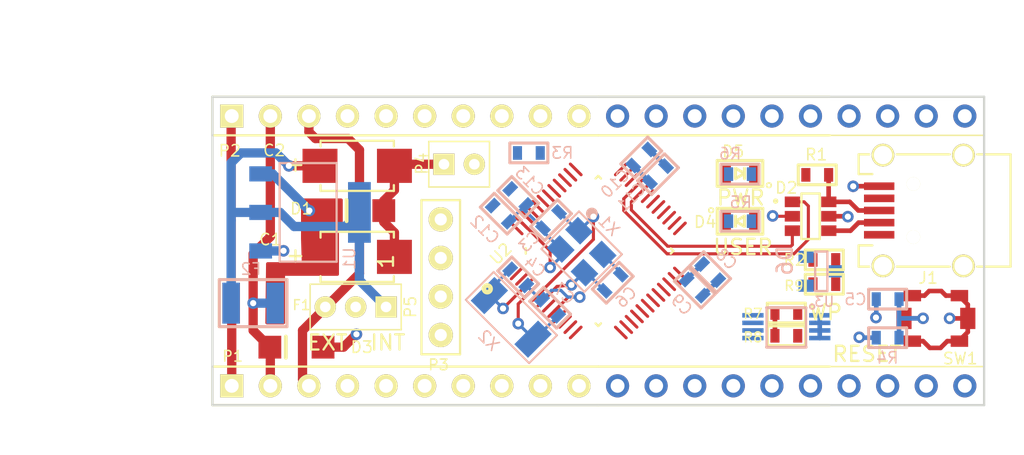
<source format=kicad_pcb>
(kicad_pcb (version 20221018) (generator pcbnew)
  (layers (0 "F.Cu" signal) (1 "In1.Cu" power "+3.3V") (2 "In2.Cu" power "GND") (31 "B.Cu" signal) (34 "B.Paste" user) (35 "F.Paste" user) (36 "B.SilkS" user "B.Silkscreen") (37 "F.SilkS" user "F.Silkscreen") (38 "B.Mask" user) (39 "F.Mask" user) (44 "Edge.Cuts" user))
  (net 0 "")
  (net 1 "Net-(C1-Pad1)")
  (net 2 "GND")
  (net 3 "/X1")
  (net 4 "/X3")
  (net 5 "/~{MRST}")
  (net 6 "/X2")
  (net 7 "/X4")
  (net 8 "/USB_DM")
  (net 9 "/USB_DP")
  (net 10 "Net-(D2-Pad4)")
  (net 11 "+3.3V")
  (net 12 "Net-(D2-Pad6)")
  (net 13 "/+3.3V_OUT")
  (net 14 "+5V")
  (net 15 "Net-(J1-Pad4)")
  (net 16 "/VBAT")
  (net 17 "/PC13")
  (net 18 "/PA0")
  (net 19 "/PA1")
  (net 20 "/PA2")
  (net 21 "/PA3")
  (net 22 "/PA4")
  (net 23 "/PA5")
  (net 24 "/PA6")
  (net 25 "/PA7")
  (net 26 "/PB0")
  (net 27 "/PB1")
  (net 28 "/PB2")
  (net 29 "/PB10")
  (net 30 "/PB11")
  (net 31 "/+3.3V_IN")
  (net 32 "/PB9")
  (net 33 "/PB8")
  (net 34 "/PB7")
  (net 35 "/PB6")
  (net 36 "/PB5")
  (net 37 "/PB4")
  (net 38 "/PB3")
  (net 39 "/PA15")
  (net 40 "/PA10")
  (net 41 "/PA9")
  (net 42 "/PA8")
  (net 43 "/PB15")
  (net 44 "/PB14")
  (net 45 "/PB13")
  (net 46 "/PB12")
  (net 47 "/SWDIO")
  (net 48 "/SWCLK")
  (net 49 "/BOOT")
  (net 50 "Net-(D4-PadA)")
  (net 51 "Net-(D5-PadA)")
  (net 52 "/+3.3V_INT")
  (net 53 "Net-(P2-Pad4)")
  (net 54 "/WP")
  (net 55 "Net-(D6-Pad2)")
  (net 56 "Net-(D6-Pad1)")
  (net 57 "Net-(D6-Pad3)")
  (footprint "Kicad:CAPACITOR_TANTALUM_C" (layer "F.Cu") (at 61.6 124.85)
    (fp_text reference "C1" (at -5.715 -1.143) (layer "F.SilkS") (effects (font (size 0.75 0.75) (thickness 0.1))))
    (fp_text value "47uF" hide)
    (fp_text user "+" (at -4.064 -0.127) (layer "F.SilkS"))
    (pad "1" smd rect (at -2.45 0) (size 2.3 2.25) (layers "F.Cu" "F.Paste" "F.Mask") (net 1 "Net-(C1-Pad1)"))
    (pad "2" smd rect (at 2.45 0) (size 2.3 2.25) (layers "F.Cu" "F.Paste" "F.Mask") (net 2 "GND"))
  )
  (footprint "Kicad:CAPACITOR_TANTALUM_C" (layer "F.Cu") (at 61.6 118.85)
    (fp_text reference "C2" (at -5.461 -1.016) (layer "F.SilkS") (effects (font (size 0.75 0.75) (thickness 0.1))))
    (fp_text value "47uF" hide)
    (fp_text user "+" (at -4.064 -0.127) (layer "F.SilkS"))
    (pad "1" smd rect (at -2.45 0) (size 2.3 2.25) (layers "F.Cu" "F.Paste" "F.Mask") (net 52 "/+3.3V_INT"))
    (pad "2" smd rect (at 2.45 0) (size 2.3 2.25) (layers "F.Cu" "F.Paste" "F.Mask") (net 2 "GND"))
  )
  (footprint "Kicad:MINI_SMA" (layer "F.Cu") (at 61.6 121.8 180)
    (fp_text reference "D1" (at 3.683 0.127 180) (layer "F.SilkS") (effects (font (size 0.75 0.75) (thickness 0.1))))
    (fp_text value "SMLJ33ABCT" hide)
    (pad "A" smd rect (at -1.75 0 180) (size 1.5 1.5) (layers "F.Cu" "F.Paste" "F.Mask") (net 2 "GND"))
    (pad "K" smd rect (at 1.75 0 180) (size 1.5 1.5) (layers "F.Cu" "F.Paste" "F.Mask") (net 1 "Net-(C1-Pad1)"))
  )
  (footprint "Kicad:SOT23-6" (layer "F.Cu") (at 92.6465 122.174 -90)
    (fp_text reference "D2" (at -1.874 2.7965) (layer "F.SilkS") (effects (font (size 0.75 0.75) (thickness 0.1))))
    (fp_text value "USBLC6-2" hide)
    (pad "1" smd rect (at -0.95 2.4 270) (size 0.7 1) (layers "F.Cu" "F.Paste" "F.Mask") (net 9 "/USB_DP"))
    (pad "2" smd rect (at 0 2.4 270) (size 0.7 1) (layers "F.Cu" "F.Paste" "F.Mask") (net 2 "GND"))
    (pad "3" smd rect (at 0.95 2.4 270) (size 0.7 1) (layers "F.Cu" "F.Paste" "F.Mask") (net 8 "/USB_DM"))
    (pad "4" smd rect (at 0.95 0 270) (size 0.7 1) (layers "F.Cu" "F.Paste" "F.Mask") (net 10 "Net-(D2-Pad4)"))
    (pad "5" smd rect (at 0 0 270) (size 0.7 1) (layers "F.Cu" "F.Paste" "F.Mask") (net 11 "+3.3V"))
    (pad "6" smd rect (at -0.95 0 270) (size 0.7 1) (layers "F.Cu" "F.Paste" "F.Mask") (net 12 "Net-(D2-Pad6)"))
  )
  (footprint "Kicad:MINI_SMA" (layer "F.Cu") (at 57.6 130.8 180)
    (fp_text reference "D3" (at -4.3 0 180) (layer "F.SilkS") (effects (font (size 0.75 0.75) (thickness 0.1))))
    (fp_text value "SMLJ33ABCT" hide)
    (pad "A" smd rect (at -1.75 0 180) (size 1.5 1.5) (layers "F.Cu" "F.Paste" "F.Mask") (net 2 "GND"))
    (pad "K" smd rect (at 1.75 0 180) (size 1.5 1.5) (layers "F.Cu" "F.Paste" "F.Mask") (net 13 "/+3.3V_OUT"))
  )
  (footprint "Kicad:P1210" (layer "F.Cu") (at 54.75 127.9)
    (fp_text reference "F1" (at 3.175 0.127) (layer "F.SilkS") (effects (font (size 0.65 0.65) (thickness 0.0975))))
    (fp_text value "FUSE_PTC_.75A_33V" hide)
    (pad "1" smd rect (at -1.45 0) (size 1.15 2.7) (layers "F.Cu" "F.Paste" "F.Mask") (net 14 "+5V"))
    (pad "2" smd rect (at 1.45 0) (size 1.15 2.7) (layers "F.Cu" "F.Paste" "F.Mask") (net 1 "Net-(C1-Pad1)"))
  )
  (footprint "Kicad:CONN_USB_UX60-MB" (layer "F.Cu") (at 96.012 121.793 90)
    (fp_text reference "J1" (at -4.445 3.175 180) (layer "F.SilkS") (effects (font (size 0.75 0.75) (thickness 0.1))))
    (fp_text value "USB_MINI_B_SMD" hide)
    (pad "" np_thru_hole circle (at -1.75 2.2 90) (size 0.9 0.9) (drill 0.9) (layers "*.Cu" "*.Mask" "F.SilkS"))
    (pad "" np_thru_hole circle (at 1.75 2.2 90) (size 0.9 0.9) (drill 0.9) (layers "*.Cu" "*.Mask" "F.SilkS"))
    (pad "1" smd rect (at -1.6 -0.05 90) (size 0.5 2) (layers "F.Cu" "F.Paste" "F.Mask") (net 55 "Net-(D6-Pad2)"))
    (pad "2" smd rect (at -0.8 -0.05 90) (size 0.5 2) (layers "F.Cu" "F.Paste" "F.Mask") (net 10 "Net-(D2-Pad4)"))
    (pad "3" smd rect (at 0 -0.05 90) (size 0.5 2) (layers "F.Cu" "F.Paste" "F.Mask") (net 12 "Net-(D2-Pad6)"))
    (pad "4" smd rect (at 0.8 -0.05 90) (size 0.5 2) (layers "F.Cu" "F.Paste" "F.Mask") (net 15 "Net-(J1-Pad4)"))
    (pad "5" smd rect (at 1.6 -0.05 90) (size 0.5 2) (layers "F.Cu" "F.Paste" "F.Mask") (net 2 "GND"))
    (pad "6" thru_hole circle (at -3.65 0.2 90) (size 1.5 1.5) (drill 1.2) (layers "*.Cu" "*.Mask" "F.SilkS") (net 2 "GND"))
    (pad "7" thru_hole circle (at 3.65 0.2 90) (size 1.5 1.5) (drill 1.2) (layers "*.Cu" "*.Mask" "F.SilkS") (net 2 "GND"))
    (pad "8" thru_hole circle (at -3.65 5.5 90) (size 1.5 1.5) (drill 1.2) (layers "*.Cu" "*.Mask" "F.SilkS") (net 2 "GND"))
    (pad "9" thru_hole circle (at 3.65 5.5 90) (size 1.5 1.5) (drill 1.2) (layers "*.Cu" "*.Mask" "F.SilkS") (net 2 "GND"))
  )
  (footprint "Kicad:HEADER_1X20_100MIL" (layer "F.Cu") (at 53.34 133.35)
    (fp_text reference "P1" (at 0.06 -1.95) (layer "F.SilkS") (effects (font (size 0.7 0.7) (thickness 0.1))))
    (fp_text value "CONN_1x20" hide)
    (pad "1" thru_hole rect (at 0 0) (size 1.524 1.524) (drill 0.9144) (layers "*.Cu" "*.Mask" "F.SilkS") (net 14 "+5V"))
    (pad "2" thru_hole circle (at 2.54 0) (size 1.524 1.524) (drill 0.9144) (layers "*.Cu" "*.Mask" "F.SilkS") (net 13 "/+3.3V_OUT"))
    (pad "3" thru_hole circle (at 5.08 0) (size 1.524 1.524) (drill 0.9144) (layers "*.Cu" "*.Mask" "F.SilkS") (net 31 "/+3.3V_IN"))
    (pad "4" thru_hole circle (at 7.62 0) (size 1.524 1.524) (drill 0.9144) (layers "*.Cu" "*.Mask" "F.SilkS") (net 16 "/VBAT"))
    (pad "5" thru_hole circle (at 10.16 0) (size 1.524 1.524) (drill 0.9144) (layers "*.Cu" "*.Mask" "F.SilkS") (net 17 "/PC13"))
    (pad "6" thru_hole circle (at 12.7 0) (size 1.524 1.524) (drill 0.9144) (layers "*.Cu" "*.Mask" "F.SilkS") (net 5 "/~{MRST}"))
    (pad "7" thru_hole circle (at 15.24 0) (size 1.524 1.524) (drill 0.9144) (layers "*.Cu" "*.Mask" "F.SilkS") (net 18 "/PA0"))
    (pad "8" thru_hole circle (at 17.78 0) (size 1.524 1.524) (drill 0.9144) (layers "*.Cu" "*.Mask" "F.SilkS") (net 19 "/PA1"))
    (pad "9" thru_hole circle (at 20.32 0) (size 1.524 1.524) (drill 0.9144) (layers "*.Cu" "*.Mask" "F.SilkS") (net 20 "/PA2"))
    (pad "10" thru_hole circle (at 22.86 0) (size 1.524 1.524) (drill 0.9144) (layers "*.Cu" "*.Mask" "F.SilkS") (net 21 "/PA3"))
    (pad "11" thru_hole circle (at 25.4 0) (size 1.524 1.524) (drill 0.9144) (layers "*.Cu" "*.Mask") (net 22 "/PA4"))
    (pad "12" thru_hole circle (at 27.94 0) (size 1.524 1.524) (drill 0.9144) (layers "*.Cu" "*.Mask") (net 23 "/PA5"))
    (pad "13" thru_hole circle (at 30.48 0) (size 1.524 1.524) (drill 0.9144) (layers "*.Cu" "*.Mask") (net 24 "/PA6"))
    (pad "14" thru_hole circle (at 33.02 0) (size 1.524 1.524) (drill 0.9144) (layers "*.Cu" "*.Mask") (net 25 "/PA7"))
    (pad "15" thru_hole circle (at 35.56 0) (size 1.524 1.524) (drill 0.9144) (layers "*.Cu" "*.Mask") (net 26 "/PB0"))
    (pad "16" thru_hole circle (at 38.1 0) (size 1.524 1.524) (drill 0.9144) (layers "*.Cu" "*.Mask") (net 27 "/PB1"))
    (pad "17" thru_hole circle (at 40.64 0) (size 1.524 1.524) (drill 0.9144) (layers "*.Cu" "*.Mask") (net 28 "/PB2"))
    (pad "18" thru_hole circle (at 43.18 0) (size 1.524 1.524) (drill 0.9144) (layers "*.Cu" "*.Mask") (net 29 "/PB10"))
    (pad "19" thru_hole circle (at 45.72 0) (size 1.524 1.524) (drill 0.9144) (layers "*.Cu" "*.Mask") (net 30 "/PB11"))
    (pad "20" thru_hole circle (at 48.26 0) (size 1.524 1.524) (drill 0.9144) (layers "*.Cu" "*.Mask") (net 2 "GND"))
  )
  (footprint "Kicad:HEADER_1X20_100MIL" (layer "F.Cu") (at 53.34 115.57)
    (fp_text reference "P2" (at -0.127 2.286) (layer "F.SilkS") (effects (font (size 0.75 0.75) (thickness 0.1))))
    (fp_text value "CONN_1x20" hide)
    (pad "1" thru_hole rect (at 0 0) (size 1.524 1.524) (drill 0.9144) (layers "*.Cu" "*.Mask" "F.SilkS") (net 14 "+5V"))
    (pad "2" thru_hole circle (at 2.54 0) (size 1.524 1.524) (drill 0.9144) (layers "*.Cu" "*.Mask" "F.SilkS") (net 13 "/+3.3V_OUT"))
    (pad "3" thru_hole circle (at 5.08 0) (size 1.524 1.524) (drill 0.9144) (layers "*.Cu" "*.Mask" "F.SilkS") (net 31 "/+3.3V_IN"))
    (pad "4" thru_hole circle (at 7.62 0) (size 1.524 1.524) (drill 0.9144) (layers "*.Cu" "*.Mask" "F.SilkS") (net 53 "Net-(P2-Pad4)"))
    (pad "5" thru_hole circle (at 10.16 0) (size 1.524 1.524) (drill 0.9144) (layers "*.Cu" "*.Mask" "F.SilkS") (net 32 "/PB9"))
    (pad "6" thru_hole circle (at 12.7 0) (size 1.524 1.524) (drill 0.9144) (layers "*.Cu" "*.Mask" "F.SilkS") (net 33 "/PB8"))
    (pad "7" thru_hole circle (at 15.24 0) (size 1.524 1.524) (drill 0.9144) (layers "*.Cu" "*.Mask" "F.SilkS") (net 34 "/PB7"))
    (pad "8" thru_hole circle (at 17.78 0) (size 1.524 1.524) (drill 0.9144) (layers "*.Cu" "*.Mask" "F.SilkS") (net 35 "/PB6"))
    (pad "9" thru_hole circle (at 20.32 0) (size 1.524 1.524) (drill 0.9144) (layers "*.Cu" "*.Mask" "F.SilkS") (net 36 "/PB5"))
    (pad "10" thru_hole circle (at 22.86 0) (size 1.524 1.524) (drill 0.9144) (layers "*.Cu" "*.Mask" "F.SilkS") (net 37 "/PB4"))
    (pad "11" thru_hole circle (at 25.4 0) (size 1.524 1.524) (drill 0.9144) (layers "*.Cu" "*.Mask") (net 38 "/PB3"))
    (pad "12" thru_hole circle (at 27.94 0) (size 1.524 1.524) (drill 0.9144) (layers "*.Cu" "*.Mask") (net 39 "/PA15"))
    (pad "13" thru_hole circle (at 30.48 0) (size 1.524 1.524) (drill 0.9144) (layers "*.Cu" "*.Mask") (net 40 "/PA10"))
    (pad "14" thru_hole circle (at 33.02 0) (size 1.524 1.524) (drill 0.9144) (layers "*.Cu" "*.Mask") (net 41 "/PA9"))
    (pad "15" thru_hole circle (at 35.56 0) (size 1.524 1.524) (drill 0.9144) (layers "*.Cu" "*.Mask") (net 42 "/PA8"))
    (pad "16" thru_hole circle (at 38.1 0) (size 1.524 1.524) (drill 0.9144) (layers "*.Cu" "*.Mask") (net 43 "/PB15"))
    (pad "17" thru_hole circle (at 40.64 0) (size 1.524 1.524) (drill 0.9144) (layers "*.Cu" "*.Mask") (net 44 "/PB14"))
    (pad "18" thru_hole circle (at 43.18 0) (size 1.524 1.524) (drill 0.9144) (layers "*.Cu" "*.Mask") (net 45 "/PB13"))
    (pad "19" thru_hole circle (at 45.72 0) (size 1.524 1.524) (drill 0.9144) (layers "*.Cu" "*.Mask") (net 46 "/PB12"))
    (pad "20" thru_hole circle (at 48.26 0) (size 1.524 1.524) (drill 0.9144) (layers "*.Cu" "*.Mask") (net 2 "GND"))
  )
  (footprint "Kicad:Connector_1x4_100mil_TH" (layer "F.Cu") (at 67.1 130 180)
    (fp_text reference "P3" (at 0.145 -1.965 180) (layer "F.SilkS") (effects (font (size 0.7 0.7) (thickness 0.1))))
    (fp_text value "CONN_1x4" hide)
    (pad "1" thru_hole circle (at 0 0 180) (size 1.6 1.6) (drill 0.8) (layers "*.Cu" "*.Mask" "F.SilkS") (net 47 "/SWDIO"))
    (pad "2" thru_hole circle (at 0 2.54 180) (size 1.6 1.6) (drill 0.8) (layers "*.Cu" "*.Mask" "F.SilkS") (net 2 "GND"))
    (pad "3" thru_hole circle (at 0 5.08 180) (size 1.6 1.6) (drill 0.8) (layers "*.Cu" "*.Mask" "F.SilkS") (net 48 "/SWCLK"))
    (pad "4" thru_hole circle (at 0 7.62 180) (size 1.6 1.6) (drill 0.8) (layers "*.Cu" "*.Mask" "F.SilkS") (net 11 "+3.3V"))
  )
  (footprint "Kicad:P0603" (layer "F.Cu") (at 91.8845 119.444)
    (fp_text reference "R1" (at -0.0635 -1.3335) (layer "F.SilkS") (effects (font (size 0.75 0.75) (thickness 0.1))))
    (fp_text value "1.50kΩ" hide)
    (pad "1" smd rect (at -0.75 0) (size 0.6 0.9) (layers "F.Cu" "F.Paste" "F.Mask") (net 11 "+3.3V"))
    (pad "2" smd rect (at 0.75 0) (size 0.6 0.9) (layers "F.Cu" "F.Paste" "F.Mask") (net 12 "Net-(D2-Pad6)"))
  )
  (footprint "Kicad:P0603" (layer "F.Cu") (at 92.35 125.05 180)
    (fp_text reference "R2" (at 1.95 0) (layer "F.SilkS") (effects (font (size 0.75 0.75) (thickness 0.1))))
    (fp_text value "ZERO_Ω" hide)
    (pad "1" smd rect (at -0.75 0 180) (size 0.6 0.9) (layers "F.Cu" "F.Paste" "F.Mask") (net 14 "+5V"))
    (pad "2" smd rect (at 0.75 0 180) (size 0.6 0.9) (layers "F.Cu" "F.Paste" "F.Mask") (net 57 "Net-(D6-Pad3)"))
  )
  (footprint "Kicad:QFP48_7X7_0.5" (layer "F.Cu") (at 77.47 124.46 45)
    (fp_text reference "U2" (at -4.669733 -4.400325 45) (layer "F.SilkS") (effects (font (size 0.75 0.75) (thickness 0.1))))
    (fp_text value "STM32L152Cxx" hide)
    (pad "1" smd oval (at -4.85 -2.75 135) (size 0.2 1.2) (layers "F.Cu" "F.Paste" "F.Mask") (net 16 "/VBAT"))
    (pad "2" smd oval (at -4.85 -2.25 135) (size 0.2 1.2) (layers "F.Cu" "F.Paste" "F.Mask") (net 17 "/PC13"))
    (pad "3" smd oval (at -4.85 -1.75 135) (size 0.2 1.2) (layers "F.Cu" "F.Paste" "F.Mask") (net 4 "/X3"))
    (pad "4" smd oval (at -4.85 -1.25 135) (size 0.2 1.2) (layers "F.Cu" "F.Paste" "F.Mask") (net 7 "/X4"))
    (pad "5" smd oval (at -4.85 -0.75 135) (size 0.2 1.2) (layers "F.Cu" "F.Paste" "F.Mask") (net 3 "/X1"))
    (pad "6" smd oval (at -4.85 -0.25 135) (size 0.2 1.2) (layers "F.Cu" "F.Paste" "F.Mask") (net 6 "/X2"))
    (pad "7" smd oval (at -4.85 0.25 135) (size 0.2 1.2) (layers "F.Cu" "F.Paste" "F.Mask") (net 5 "/~{MRST}"))
    (pad "8" smd oval (at -4.85 0.75 135) (size 0.2 1.2) (layers "F.Cu" "F.Paste" "F.Mask") (net 2 "GND"))
    (pad "9" smd oval (at -4.85 1.25 135) (size 0.2 1.2) (layers "F.Cu" "F.Paste" "F.Mask") (net 11 "+3.3V"))
    (pad "10" smd oval (at -4.85 1.75 135) (size 0.2 1.2) (layers "F.Cu" "F.Paste" "F.Mask") (net 18 "/PA0"))
    (pad "11" smd oval (at -4.85 2.25 135) (size 0.2 1.2) (layers "F.Cu" "F.Paste" "F.Mask") (net 19 "/PA1"))
    (pad "12" smd oval (at -4.85 2.75 135) (size 0.2 1.2) (layers "F.Cu" "F.Paste" "F.Mask") (net 20 "/PA2"))
    (pad "13" smd oval (at -2.75 4.85 45) (size 0.2 1.2) (layers "F.Cu" "F.Paste" "F.Mask") (net 21 "/PA3"))
    (pad "14" smd oval (at -2.25 4.85 45) (size 0.2 1.2) (layers "F.Cu" "F.Paste" "F.Mask") (net 22 "/PA4"))
    (pad "15" smd oval (at -1.75 4.85 45) (size 0.2 1.2) (layers "F.Cu" "F.Paste" "F.Mask") (net 23 "/PA5"))
    (pad "16" smd oval (at -1.25 4.85 45) (size 0.2 1.2) (layers "F.Cu" "F.Paste" "F.Mask") (net 24 "/PA6"))
    (pad "17" smd oval (at -0.75 4.85 45) (size 0.2 1.2) (layers "F.Cu" "F.Paste" "F.Mask") (net 25 "/PA7"))
    (pad "18" smd oval (at -0.25 4.85 45) (size 0.2 1.2) (layers "F.Cu" "F.Paste" "F.Mask") (net 26 "/PB0"))
    (pad "19" smd oval (at 0.25 4.85 45) (size 0.2 1.2) (layers "F.Cu" "F.Paste" "F.Mask") (net 27 "/PB1"))
    (pad "20" smd oval (at 0.75 4.85 45) (size 0.2 1.2) (layers "F.Cu" "F.Paste" "F.Mask") (net 28 "/PB2"))
    (pad "21" smd oval (at 1.25 4.85 45) (size 0.2 1.2) (layers "F.Cu" "F.Paste" "F.Mask") (net 29 "/PB10"))
    (pad "22" smd oval (at 1.75 4.85 45) (size 0.2 1.2) (layers "F.Cu" "F.Paste" "F.Mask") (net 30 "/PB11"))
    (pad "23" smd oval (at 2.25 4.85 45) (size 0.2 1.2) (layers "F.Cu" "F.Paste" "F.Mask") (net 2 "GND"))
    (pad "24" smd oval (at 2.75 4.85 45) (size 0.2 1.2) (layers "F.Cu" "F.Paste" "F.Mask") (net 11 "+3.3V"))
    (pad "25" smd oval (at 4.85 2.75 135) (size 0.2 1.2) (layers "F.Cu" "F.Paste" "F.Mask") (net 46 "/PB12"))
    (pad "26" smd oval (at 4.85 2.25 135) (size 0.2 1.2) (layers "F.Cu" "F.Paste" "F.Mask") (net 45 "/PB13"))
    (pad "27" smd oval (at 4.85 1.75 135) (size 0.2 1.2) (layers "F.Cu" "F.Paste" "F.Mask") (net 44 "/PB14"))
    (pad "28" smd oval (at 4.85 1.25 135) (size 0.2 1.2) (layers "F.Cu" "F.Paste" "F.Mask") (net 43 "/PB15"))
    (pad "29" smd oval (at 4.85 0.75 135) (size 0.2 1.2) (layers "F.Cu" "F.Paste" "F.Mask") (net 42 "/PA8"))
    (pad "30" smd oval (at 4.85 0.25 135) (size 0.2 1.2) (layers "F.Cu" "F.Paste" "F.Mask") (net 41 "/PA9"))
    (pad "31" smd oval (at 4.85 -0.25 135) (size 0.2 1.2) (layers "F.Cu" "F.Paste" "F.Mask") (net 40 "/PA10"))
    (pad "32" smd oval (at 4.85 -0.75 135) (size 0.2 1.2) (layers "F.Cu" "F.Paste" "F.Mask") (net 8 "/USB_DM"))
    (pad "33" smd oval (at 4.85 -1.25 135) (size 0.2 1.2) (layers "F.Cu" "F.Paste" "F.Mask") (net 9 "/USB_DP"))
    (pad "34" smd oval (at 4.85 -1.75 135) (size 0.2 1.2) (layers "F.Cu" "F.Paste" "F.Mask") (net 47 "/SWDIO"))
    (pad "35" smd oval (at 4.85 -2.25 135) (size 0.2 1.2) (layers "F.Cu" "F.Paste" "F.Mask") (net 2 "GND"))
    (pad "36" smd oval (at 4.85 -2.75 135) (size 0.2 1.2) (layers "F.Cu" "F.Paste" "F.Mask") (net 11 "+3.3V"))
    (pad "37" smd oval (at 2.75 -4.85 45) (size 0.2 1.2) (layers "F.Cu" "F.Paste" "F.Mask") (net 48 "/SWCLK"))
    (pad "38" smd oval (at 2.25 -4.85 45) (size 0.2 1.2) (layers "F.Cu" "F.Paste" "F.Mask") (net 39 "/PA15"))
    (pad "39" smd oval (at 1.75 -4.85 45) (size 0.2 1.2) (layers "F.Cu" "F.Paste" "F.Mask") (net 38 "/PB3"))
    (pad "40" smd oval (at 1.25 -4.85 45) (size 0.2 1.2) (layers "F.Cu" "F.Paste" "F.Mask") (net 37 "/PB4"))
    (pad "41" smd oval (at 0.75 -4.85 45) (size 0.2 1.2) (layers "F.Cu" "F.Paste" "F.Mask") (net 36 "/PB5"))
    (pad "42" smd oval (at 0.25 -4.85 45) (size 0.2 1.2) (layers "F.Cu" "F.Paste" "F.Mask") (net 35 "/PB6"))
    (pad "43" smd oval (at -0.25 -4.85 45) (size 0.2 1.2) (layers "F.Cu" "F.Paste" "F.Mask") (net 34 "/PB7"))
    (pad "44" smd oval (at -0.75 -4.85 45) (size 0.2 1.2) (layers "F.Cu" "F.Paste" "F.Mask") (net 49 "/BOOT"))
    (pad "45" smd oval (at -1.25 -4.85 45) (size 0.2 1.2) (layers "F.Cu" "F.Paste" "F.Mask") (net 33 "/PB8"))
    (pad "46" smd oval (at -1.75 -4.85 45) (size 0.2 1.2) (layers "F.Cu" "F.Paste" "F.Mask") (net 32 "/PB9"))
    (pad "47" smd oval (at -2.25 -4.85 45) (size 0.2 1.2) (layers "F.Cu" "F.Paste" "F.Mask") (net 2 "GND"))
    (pad "48" smd oval (at -2.75 -4.85 45) (size 0.2 1.2) (layers "F.Cu" "F.Paste" "F.Mask") (net 11 "+3.3V"))
  )
  (footprint "Kicad:D0805" (layer "F.Cu") (at 86.8 122.5)
    (fp_text reference "D4" (at -2.3 0.05) (layer "F.SilkS") (effects (font (size 0.75 0.75) (thickness 0.1))))
    (fp_text value "Led_Small" hide)
    (fp_text user "○" (at -1.9 -0.75) (layer "F.SilkS") (effects (font (size 0.4 0.4) (thickness 0.1))))
    (pad "A" smd rect (at 0.95 0) (size 0.7 1.3) (layers "F.Cu" "F.Paste" "F.Mask") (net 50 "Net-(D4-PadA)"))
    (pad "K" smd rect (at -0.95 0) (size 0.7 1.3) (layers "F.Cu" "F.Paste" "F.Mask") (net 30 "/PB11"))
  )
  (footprint "Kicad:D0805" (layer "F.Cu") (at 86.8 119.35 180)
    (fp_text reference "D5" (at 0.45 1.45 180) (layer "F.SilkS") (effects (font (size 0.75 0.75) (thickness 0.1))))
    (fp_text value "Led_Small" hide)
    (fp_text user "○" (at -1.9 -0.75 180) (layer "F.SilkS") (effects (font (size 0.4 0.4) (thickness 0.1))))
    (pad "A" smd rect (at 0.95 0 180) (size 0.7 1.3) (layers "F.Cu" "F.Paste" "F.Mask") (net 51 "Net-(D5-PadA)"))
    (pad "K" smd rect (at -0.95 0 180) (size 0.7 1.3) (layers "F.Cu" "F.Paste" "F.Mask") (net 2 "GND"))
  )
  (footprint "Kicad:HEADER_1X2_2MM" (layer "F.Cu") (at 67.31 118.745 90)
    (fp_text reference "P4" (at 0.045 -1.46 90) (layer "F.SilkS") (effects (font (size 0.75 0.75) (thickness 0.1))))
    (fp_text value "Header_2x1" hide)
    (pad "1" thru_hole rect (at 0 0 90) (size 1.4 1.4) (drill 0.7) (layers "*.Cu" "*.Mask" "F.SilkS") (net 2 "GND"))
    (pad "2" thru_hole circle (at 0 2 90) (size 1.4 1.4) (drill 0.7) (layers "*.Cu" "*.Mask" "F.SilkS") (net 49 "/BOOT"))
  )
  (footprint "Kicad:HEADER_1X3_2MM" (layer "F.Cu") (at 63.5 128.15 -90)
    (fp_text reference "P5" (at 0 -1.6 270) (layer "F.SilkS") (effects (font (size 0.75 0.75) (thickness 0.1))))
    (fp_text value "CONN_1x3" hide)
    (fp_text user "1" (at -3 0 270) (layer "F.SilkS"))
    (pad "1" thru_hole rect (at 0 0 270) (size 1.4 1.4) (drill 0.7) (layers "*.Cu" "*.Mask" "F.SilkS") (net 52 "/+3.3V_INT"))
    (pad "2" thru_hole circle (at 0 2 270) (size 1.4 1.4) (drill 0.7) (layers "*.Cu" "*.Mask" "F.SilkS") (net 11 "+3.3V"))
    (pad "3" thru_hole circle (at 0 4 270) (size 1.4 1.4) (drill 0.7) (layers "*.Cu" "*.Mask" "F.SilkS") (net 31 "/+3.3V_IN"))
  )
  (footprint "Kicad:SWITCH_SPST_3X4MM" (layer "F.Cu") (at 99.695 128.905 180)
    (fp_text reference "SW1" (at -1.605 -2.645 180) (layer "F.SilkS") (effects (font (size 0.75 0.75) (thickness 0.1))))
    (fp_text value "PUSHBUTTON_SPST_3X4MM" hide)
    (pad "" np_thru_hole circle (at 0 -0.9 180) (size 0.8 0.8) (drill 0.8) (layers "*.Cu" "*.Mask"))
    (pad "" np_thru_hole circle (at 0 0.9 180) (size 0.8 0.8) (drill 0.8) (layers "*.Cu" "*.Mask"))
    (pad "1" smd rect (at -2.1 0 180) (size 1 1.4) (layers "F.Cu" "F.Paste" "F.Mask") (net 2 "GND"))
    (pad "2" smd rect (at 2.1 0 180) (size 1 1.4) (layers "F.Cu" "F.Paste" "F.Mask") (net 5 "/~{MRST}"))
    (pad "3" smd rect (at -1.55 -1.5 180) (size 1.15 0.75) (layers "F.Cu" "F.Paste" "F.Mask") (net 2 "GND"))
    (pad "4" smd rect (at 1.55 -1.5 180) (size 1.15 0.75) (layers "F.Cu" "F.Paste" "F.Mask") (net 2 "GND"))
    (pad "5" smd rect (at 1.55 1.5 180) (size 1.15 0.75) (layers "F.Cu" "F.Paste" "F.Mask") (net 2 "GND"))
    (pad "6" smd rect (at -1.55 1.5 180) (size 1.15 0.75) (layers "F.Cu" "F.Paste" "F.Mask") (net 2 "GND"))
  )
  (footprint "Kicad:P0603" (layer "F.Cu") (at 89.85 128.55 180)
    (fp_text reference "R7" (at 2.2 -0.05 180) (layer "F.SilkS") (effects (font (size 0.65 0.65) (thickness 0.0975))))
    (fp_text value "ZERO_Ω" hide)
    (pad "1" smd rect (at -0.75 0 180) (size 0.6 0.9) (layers "F.Cu" "F.Paste" "F.Mask") (net 11 "+3.3V"))
    (pad "2" smd rect (at 0.75 0 180) (size 0.6 0.9) (layers "F.Cu" "F.Paste" "F.Mask") (net 54 "/WP"))
  )
  (footprint "Kicad:P0603" (layer "F.Cu") (at 89.85 130.05)
    (fp_text reference "R8" (at -2.2 0.1) (layer "F.SilkS") (effects (font (size 0.65 0.65) (thickness 0.0975))))
    (fp_text value "4.70kΩ" hide)
    (pad "1" smd rect (at -0.75 0) (size 0.6 0.9) (layers "F.Cu" "F.Paste" "F.Mask") (net 54 "/WP"))
    (pad "2" smd rect (at 0.75 0) (size 0.6 0.9) (layers "F.Cu" "F.Paste" "F.Mask") (net 2 "GND"))
  )
  (footprint "Kicad:P0603" (layer "F.Cu") (at 92.35 126.65 180)
    (fp_text reference "R9" (at 2 -0.1 180) (layer "F.SilkS") (effects (font (size 0.65 0.65) (thickness 0.0975))))
    (fp_text value "ZERO_Ω" hide)
    (pad "1" smd rect (at -0.75 0 180) (size 0.6 0.9) (layers "F.Cu" "F.Paste" "F.Mask") (net 11 "+3.3V"))
    (pad "2" smd rect (at 0.75 0 180) (size 0.6 0.9) (layers "F.Cu" "F.Paste" "F.Mask") (net 56 "Net-(D6-Pad1)"))
  )
  (footprint "Kicad:P0603" (layer "B.Cu") (at 74.3585 122.428 -135)
    (fp_text reference "C3" (at 2.000001 0 225) (layer "B.SilkS") (effects (font (size 0.75 0.75) (thickness 0.1)) (justify mirror)))
    (fp_text value "12pF" hide)
    (pad "1" smd rect (at -0.75 0 225) (size 0.6 0.9) (layers "B.Cu" "B.Paste" "B.Mask") (net 3 "/X1"))
    (pad "2" smd rect (at 0.75 0 225) (size 0.6 0.9) (layers "B.Cu" "B.Paste" "B.Mask") (net 2 "GND"))
  )
  (footprint "Kicad:P0603" (layer "B.Cu") (at 72.2 126.2 -45)
    (fp_text reference "C4" (at 0.282843 -1.272792 315) (layer "B.SilkS") (effects (font (size 0.75 0.75) (thickness 0.1)) (justify mirror)))
    (fp_text value "12pF" hide)
    (pad "1" smd rect (at -0.75 0 315) (size 0.6 0.9) (layers "B.Cu" "B.Paste" "B.Mask") (net 4 "/X3"))
    (pad "2" smd rect (at 0.75 0 315) (size 0.6 0.9) (layers "B.Cu" "B.Paste" "B.Mask") (net 2 "GND"))
  )
  (footprint "Kicad:P0603" (layer "B.Cu") (at 96.52 127.635 180)
    (fp_text reference "C5" (at 2.12 -0.015 180) (layer "B.SilkS") (effects (font (size 0.75 0.75) (thickness 0.1)) (justify mirror)))
    (fp_text value "0.010uF" hide)
    (pad "1" smd rect (at -0.75 0 180) (size 0.6 0.9) (layers "B.Cu" "B.Paste" "B.Mask") (net 5 "/~{MRST}"))
    (pad "2" smd rect (at 0.75 0 180) (size 0.6 0.9) (layers "B.Cu" "B.Paste" "B.Mask") (net 2 "GND"))
  )
  (footprint "Kicad:P0603" (layer "B.Cu") (at 78.4225 126.556 45)
    (fp_text reference "C6" (at -0.047023 1.287995 45) (layer "B.SilkS") (effects (font (size 0.75 0.75) (thickness 0.1)) (justify mirror)))
    (fp_text value "12pF" hide)
    (pad "1" smd rect (at -0.75 0 45) (size 0.6 0.9) (layers "B.Cu" "B.Paste" "B.Mask") (net 6 "/X2"))
    (pad "2" smd rect (at 0.75 0 45) (size 0.6 0.9) (layers "B.Cu" "B.Paste" "B.Mask") (net 2 "GND"))
  )
  (footprint "Kicad:P0603" (layer "B.Cu") (at 74.3 128.2 135)
    (fp_text reference "C7" (at 0 1.3 135) (layer "B.SilkS") (effects (font (size 0.75 0.75) (thickness 0.1)) (justify mirror)))
    (fp_text value "12pF" hide)
    (pad "1" smd rect (at -0.75 0 135) (size 0.6 0.9) (layers "B.Cu" "B.Paste" "B.Mask") (net 7 "/X4"))
    (pad "2" smd rect (at 0.75 0 135) (size 0.6 0.9) (layers "B.Cu" "B.Paste" "B.Mask") (net 2 "GND"))
  )
  (footprint "Kicad:P1210" (layer "B.Cu") (at 54.75 127.9)
    (fp_text reference "F2" (at -0.15 -2.25) (layer "B.SilkS") (effects (font (size 0.75 0.75) (thickness 0.1)) (justify mirror)))
    (fp_text value "FUSE_PTC_.5A_33V" hide)
    (pad "1" smd rect (at -1.45 0) (size 1.15 2.7) (layers "B.Cu" "B.Paste" "B.Mask") (net 52 "/+3.3V_INT"))
    (pad "2" smd rect (at 1.45 0) (size 1.15 2.7) (layers "B.Cu" "B.Paste" "B.Mask") (net 13 "/+3.3V_OUT"))
  )
  (footprint "Kicad:P0603" (layer "B.Cu") (at 72.9 118)
    (fp_text reference "R3" (at 2.2 0) (layer "B.SilkS") (effects (font (size 0.75 0.75) (thickness 0.1)) (justify mirror)))
    (fp_text value "10.0kΩ" hide)
    (pad "1" smd rect (at -0.75 0) (size 0.6 0.9) (layers "B.Cu" "B.Paste" "B.Mask") (net 49 "/BOOT"))
    (pad "2" smd rect (at 0.75 0) (size 0.6 0.9) (layers "B.Cu" "B.Paste" "B.Mask") (net 11 "+3.3V"))
  )
  (footprint "Kicad:P0603" (layer "B.Cu") (at 96.52 130.175 180)
    (fp_text reference "R4" (at 0.02 -1.325 180) (layer "B.SilkS") (effects (font (size 0.75 0.75) (thickness 0.1)) (justify mirror)))
    (fp_text value "10.0kΩ" hide)
    (pad "1" smd rect (at -0.75 0 180) (size 0.6 0.9) (layers "B.Cu" "B.Paste" "B.Mask") (net 5 "/~{MRST}"))
    (pad "2" smd rect (at 0.75 0 180) (size 0.6 0.9) (layers "B.Cu" "B.Paste" "B.Mask") (net 11 "+3.3V"))
  )
  (footprint "Kicad:SOT223_4" (layer "B.Cu") (at 55.245 121.92 90)
    (fp_text reference "U1" (at -3.048 5.842 90) (layer "B.SilkS") (effects (font (size 0.75 0.75) (thickness 0.1)) (justify mirror)))
    (fp_text value "LM1117_SOT223" hide)
    (pad "1" smd rect (at -2.54 0 90) (size 1 1.5) (layers "B.Cu" "B.Paste" "B.Mask") (net 2 "GND"))
    (pad "2" smd rect (at 0 0 90) (size 1 1.5) (layers "B.Cu" "B.Paste" "B.Mask") (net 52 "/+3.3V_INT"))
    (pad "3" smd rect (at 2.54 0 90) (size 1 1.5) (layers "B.Cu" "B.Paste" "B.Mask") (net 1 "Net-(C1-Pad1)"))
    (pad "4" smd rect (at 0 6.5 90) (size 4 1.5) (layers "B.Cu" "B.Paste" "B.Mask") (net 52 "/+3.3V_INT"))
  )
  (footprint "Kicad:XTAL_3.2X2.5" (layer "B.Cu") (at 76.2 123.126 -45)
    (fp_text reference "X1" (at 1.145 -1.64 315) (layer "B.SilkS") (effects (font (size 0.75 0.75) (thickness 0.1)) (justify mirror)))
    (fp_text value "ABM8G-12.00MHz" hide)
    (pad "1" smd rect (at 0 0 315) (size 1.397 1.1938) (layers "B.Cu" "B.Paste" "B.Mask") (net 3 "/X1"))
    (pad "2" smd rect (at 2.2098 0 315) (size 1.397 1.1938) (layers "B.Cu" "B.Paste" "B.Mask") (net 2 "GND"))
    (pad "3" smd rect (at 2.2098 1.7018 315) (size 1.397 1.1938) (layers "B.Cu" "B.Paste" "B.Mask") (net 6 "/X2"))
    (pad "4" smd rect (at 0 1.7018 315) (size 1.397 1.1938) (layers "B.Cu" "B.Paste" "B.Mask") (net 2 "GND"))
  )
  (footprint "Kicad:XTAL_1.8X4.9mm" (layer "B.Cu") (at 70.3 127.4 -45)
    (fp_text reference "X2" (at 2.05061 2.12132 315) (layer "B.SilkS") (effects (font (size 0.75 0.75) (thickness 0.1)) (justify mirror)))
    (fp_text value "ABS10-32.768kHz" hide)
    (pad "1" smd rect (at 0 0 315) (size 1.27 2.2098) (layers "B.Cu" "B.Paste" "B.Mask") (net 4 "/X3"))
    (pad "2" smd rect (at 4.064 0 315) (size 1.27 2.2098) (layers "B.Cu" "B.Paste" "B.Mask") (net 7 "/X4"))
  )
  (footprint "Kicad:P0603" (layer "B.Cu") (at 84.836 125.857 -45)
    (fp_text reference "C8" (at 0.146371 -1.358352 315) (layer "B.SilkS") (effects (font (size 0.75 0.75) (thickness 0.1)) (justify mirror)))
    (fp_text value "0.10uF" hide)
    (pad "1" smd rect (at -0.75 0 315) (size 0.6 0.9) (layers "B.Cu" "B.Paste" "B.Mask") (net 11 "+3.3V"))
    (pad "2" smd rect (at 0.75 0 315) (size 0.6 0.9) (layers "B.Cu" "B.Paste" "B.Mask") (net 2 "GND"))
  )
  (footprint "Kicad:P0603" (layer "B.Cu") (at 83.82 126.873 -45)
    (fp_text reference "C9" (at 0.181726 1.412092 315) (layer "B.SilkS") (effects (font (size 0.75 0.75) (thickness 0.1)) (justify mirror)))
    (fp_text value "10.0uF" hide)
    (pad "1" smd rect (at -0.75 0 315) (size 0.6 0.9) (layers "B.Cu" "B.Paste" "B.Mask") (net 11 "+3.3V"))
    (pad "2" smd rect (at 0.75 0 315) (size 0.6 0.9) (layers "B.Cu" "B.Paste" "B.Mask") (net 2 "GND"))
  )
  (footprint "Kicad:P0603" (layer "B.Cu") (at 80.3 118.3 45)
    (fp_text reference "C10" (at -2.424669 0 45) (layer "B.SilkS") (effects (font (size 0.75 0.75) (thickness 0.1)) (justify mirror)))
    (fp_text value "0.10uF" hide)
    (pad "1" smd rect (at -0.75 0 45) (size 0.6 0.9) (layers "B.Cu" "B.Paste" "B.Mask") (net 11 "+3.3V"))
    (pad "2" smd rect (at 0.75 0 45) (size 0.6 0.9) (layers "B.Cu" "B.Paste" "B.Mask") (net 2 "GND"))
  )
  (footprint "Kicad:P0603" (layer "B.Cu") (at 81.4 119.4 45)
    (fp_text reference "C11" (at -2.333452 -0.165463 45) (layer "B.SilkS") (effects (font (size 0.75 0.75) (thickness 0.1)) (justify mirror)))
    (fp_text value "10.0uF" hide)
    (pad "1" smd rect (at -0.75 0 45) (size 0.6 0.9) (layers "B.Cu" "B.Paste" "B.Mask") (net 11 "+3.3V"))
    (pad "2" smd rect (at 0.75 0 45) (size 0.6 0.9) (layers "B.Cu" "B.Paste" "B.Mask") (net 2 "GND"))
  )
  (footprint "Kicad:P0603" (layer "B.Cu") (at 71.05 122 -45)
    (fp_text reference "C12" (at 0 1.484924 315) (layer "B.SilkS") (effects (font (size 0.75 0.75) (thickness 0.1)) (justify mirror)))
    (fp_text value "0.10uF" hide)
    (pad "1" smd rect (at -0.75 0 315) (size 0.6 0.9) (layers "B.Cu" "B.Paste" "B.Mask") (net 11 "+3.3V"))
    (pad "2" smd rect (at 0.75 0 315) (size 0.6 0.9) (layers "B.Cu" "B.Paste" "B.Mask") (net 2 "GND"))
  )
  (footprint "Kicad:P0603" (layer "B.Cu") (at 72.2 120.9 -45)
    (fp_text reference "C13" (at -0.212132 -1.272792 315) (layer "B.SilkS") (effects (font (size 0.75 0.75) (thickness 0.1)) (justify mirror)))
    (fp_text value "10.0uF" hide)
    (pad "1" smd rect (at -0.75 0 315) (size 0.6 0.9) (layers "B.Cu" "B.Paste" "B.Mask") (net 11 "+3.3V"))
    (pad "2" smd rect (at 0.75 0 315) (size 0.6 0.9) (layers "B.Cu" "B.Paste" "B.Mask") (net 2 "GND"))
  )
  (footprint "Kicad:P0603" (layer "B.Cu") (at 86.8 122.5)
    (fp_text reference "R5" (at 0.05 -1.25) (layer "B.SilkS") (effects (font (size 0.75 0.75) (thickness 0.1)) (justify mirror)))
    (fp_text value "220.0Ω" hide)
    (pad "1" smd rect (at -0.75 0) (size 0.6 0.9) (layers "B.Cu" "B.Paste" "B.Mask") (net 11 "+3.3V"))
    (pad "2" smd rect (at 0.75 0) (size 0.6 0.9) (layers "B.Cu" "B.Paste" "B.Mask") (net 50 "Net-(D4-PadA)"))
  )
  (footprint "Kicad:P0603" (layer "B.Cu") (at 86.8 119.4 180)
    (fp_text reference "R6" (at 0.65 1.35 180) (layer "B.SilkS") (effects (font (size 0.75 0.75) (thickness 0.1)) (justify mirror)))
    (fp_text value "220.0Ω" hide)
    (pad "1" smd rect (at -0.75 0 180) (size 0.6 0.9) (layers "B.Cu" "B.Paste" "B.Mask") (net 11 "+3.3V"))
    (pad "2" smd rect (at 0.75 0 180) (size 0.6 0.9) (layers "B.Cu" "B.Paste" "B.Mask") (net 51 "Net-(D5-PadA)"))
  )
  (footprint "Kicad:MSOP8" (layer "B.Cu") (at 89.85 129.7 180)
    (fp_text reference "U3" (at -2.5 1.9 180) (layer "B.SilkS") (effects (font (size 0.65 0.65) (thickness 0.0975)) (justify mirror)))
    (fp_text value "24FCxx_/MS" hide)
    (fp_text user "○" (at -1.7 1.6 180) (layer "B.SilkS") (effects (font (size 0.4 0.4) (thickness 0.1)) (justify mirror)))
    (pad "1" smd rect (at -2.2 1 180) (size 1.4 0.3) (layers "B.Cu" "B.Paste" "B.Mask") (net 2 "GND"))
    (pad "2" smd rect (at -2.2 0.5 180) (size 1.4 0.3) (layers "B.Cu" "B.Paste" "B.Mask") (net 2 "GND"))
    (pad "3" smd rect (at -2.2 0 180) (size 1.4 0.3) (layers "B.Cu" "B.Paste" "B.Mask") (net 2 "GND"))
    (pad "4" smd rect (at -2.2 -0.5 180) (size 1.4 0.3) (layers "B.Cu" "B.Paste" "B.Mask") (net 2 "GND"))
    (pad "5" smd rect (at 2.2 -0.5 180) (size 1.4 0.3) (layers "B.Cu" "B.Paste" "B.Mask") (net 30 "/PB11"))
    (pad "6" smd rect (at 2.2 0 180) (size 1.4 0.3) (layers "B.Cu" "B.Paste" "B.Mask") (net 29 "/PB10"))
    (pad "7" smd rect (at 2.2 0.5 180) (size 1.4 0.3) (layers "B.Cu" "B.Paste" "B.Mask") (net 54 "/WP"))
    (pad "8" smd rect (at 2.2 1 180) (size 1.4 0.3) (layers "B.Cu" "B.Paste" "B.Mask") (net 11 "+3.3V"))
  )
  (footprint "Kicad:SOT23-3" (layer "B.Cu") (at 93.15 125.8 90)
    (fp_text reference "D6" (at 0.7 -3.4 90) (layer "B.SilkS") (effects (justify mirror)))
    (fp_text value "BAT54C" hide)
    (pad "1" smd rect (at -0.95 -2 90) (size 0.8 1) (layers "B.Cu" "B.Paste" "B.Mask") (net 56 "Net-(D6-Pad1)"))
    (pad "2" smd rect (at 0 0 90) (size 0.8 1) (layers "B.Cu" "B.Paste" "B.Mask") (net 55 "Net-(D6-Pad2)"))
    (pad "3" smd rect (at 0.95 -2 90) (size 0.8 1) (layers "B.Cu" "B.Paste" "B.Mask") (net 57 "Net-(D6-Pad3)"))
  )
  (gr_line (start 102.87 134.62) (end 102.87 114.3) (stroke (width 0.15)) (layer "Edge.Cuts"))
  (gr_line (start 52.07 114.3) (end 52.07 134.62) (stroke (width 0.15)) (layer "Edge.Cuts"))
  (gr_line (start 102.87 114.3) (end 52.07 114.3) (stroke (width 0.15)) (layer "Edge.Cuts"))
  (gr_line (start 52.07 134.62) (end 102.87 134.62) (stroke (width 0.15)) (layer "Edge.Cuts"))
  (gr_text "WP" (at 92.45 128.5) (layer "F.SilkS") (effects (font (size 1 1))))
  (gr_text "PWR" (at 86.85 120.95) (layer "F.SilkS") (effects (font (size 1 1))))
  (gr_text "USER" (at 87 124.2) (layer "F.SilkS") (effects (font (size 1 1))))
  (gr_text "RESET" (at 95.15 131.25) (layer "F.SilkS") (effects (font (size 1 1))))
  (gr_text "EXT  INT" (at 61.55 130.5) (layer "F.SilkS") (effects (font (size 1 1))))
  (segment (start 58.45 121.8) (end 59.85 121.8) (width 0.6096) (layer "F.Cu") (net 1))
  (via (at 58.45 121.8) (size 0.762) (drill 0.4064) (layers "F.Cu" "B.Cu") (net 1))
  (segment (start 56.03 119.38) (end 58.45 121.8) (width 0.6096) (layer "B.Cu") (net 1))
  (segment (start 55.245 119.38) (end 56.03 119.38) (width 0.6096) (layer "B.Cu") (net 1))
  (segment (start 64.155 118.745) (end 64.05 118.85) (width 0.6096) (layer "F.Cu") (net 2))
  (segment (start 63.35 121.15) (end 64.05 120.45) (width 0.6096) (layer "F.Cu") (net 2))
  (segment (start 64.05 120.45) (end 64.05 118.85) (width 0.6096) (layer "F.Cu") (net 2))
  (segment (start 63.35 122.55) (end 64.05 123.25) (width 0.6096) (layer "F.Cu") (net 2))
  (segment (start 64.05 123.25) (end 64.05 124.85) (width 0.6096) (layer "F.Cu") (net 2))
  (segment (start 94.257 120.193) (end 94.25 120.2) (width 0.3048) (layer "F.Cu") (net 2))
  (segment (start 100.605 128.905) (end 100.6 128.9) (width 0.3048) (layer "F.Cu") (net 2))
  (segment (start 101.245 127.445) (end 101.795 127.995) (width 0.3048) (layer "F.Cu") (net 2))
  (segment (start 101.795 127.995) (end 101.795 128.905) (width 0.3048) (layer "F.Cu") (net 2))
  (segment (start 101.245 130.355) (end 101.795 129.805) (width 0.3048) (layer "F.Cu") (net 2))
  (segment (start 101.795 129.805) (end 101.795 128.905) (width 0.3048) (layer "F.Cu") (net 2))
  (segment (start 98.945 127.405) (end 99.25 127.1) (width 0.3048) (layer "F.Cu") (net 2))
  (segment (start 99.25 127.1) (end 100.05 127.1) (width 0.3048) (layer "F.Cu") (net 2))
  (segment (start 100.05 127.1) (end 100.355 127.405) (width 0.3048) (layer "F.Cu") (net 2))
  (segment (start 100.355 127.405) (end 101.245 127.405) (width 0.3048) (layer "F.Cu") (net 2))
  (segment (start 98.855 130.405) (end 99.3 130.85) (width 0.3048) (layer "F.Cu") (net 2))
  (segment (start 99.3 130.85) (end 100 130.85) (width 0.3048) (layer "F.Cu") (net 2))
  (segment (start 100 130.85) (end 100.445 130.405) (width 0.3048) (layer "F.Cu") (net 2))
  (segment (start 100.445 130.405) (end 101.245 130.405) (width 0.3048) (layer "F.Cu") (net 2))
  (segment (start 74.580202 128.419798) (end 75.5 127.5) (width 0.2032) (layer "F.Cu") (net 2))
  (segment (start 75.5 127.5) (end 76.25 127.5) (width 0.2032) (layer "F.Cu") (net 2))
  (segment (start 72.471522 122.621522) (end 74.3 124.45) (width 0.2032) (layer "F.Cu") (net 2))
  (segment (start 74.3 124.45) (end 74.3 125.55) (width 0.2032) (layer "F.Cu") (net 2))
  (segment (start 88.974 122.174) (end 88.95 122.15) (width 0.2032) (layer "F.Cu") (net 2))
  (segment (start 60.7 130.8) (end 61.55 129.95) (width 0.6096) (layer "F.Cu") (net 2))
  (segment (start 59.35 130.8) (end 60.7 130.8) (width 0.6096) (layer "F.Cu") (net 2))
  (segment (start 63.35 121.8) (end 63.35 121.15) (width 0.6096) (layer "F.Cu") (net 2))
  (segment (start 90.2465 122.174) (end 88.974 122.174) (width 0.2032) (layer "F.Cu") (net 2))
  (segment (start 98.145 127.405) (end 98.945 127.405) (width 0.3048) (layer "F.Cu") (net 2))
  (segment (start 101.245 130.405) (end 101.245 130.355) (width 0.3048) (layer "F.Cu") (net 2))
  (segment (start 101.245 127.405) (end 101.245 127.445) (width 0.3048) (layer "F.Cu") (net 2))
  (segment (start 95.962 120.193) (end 94.257 120.193) (width 0.3048) (layer "F.Cu") (net 2))
  (segment (start 74.570862 128.419798) (end 74.580202 128.419798) (width 0.2032) (layer "F.Cu") (net 2))
  (segment (start 101.795 128.905) (end 100.605 128.905) (width 0.3048) (layer "F.Cu") (net 2))
  (segment (start 67.31 118.745) (end 64.155 118.745) (width 0.6096) (layer "F.Cu") (net 2))
  (segment (start 63.35 121.8) (end 63.35 122.55) (width 0.6096) (layer "F.Cu") (net 2))
  (segment (start 98.145 130.405) (end 98.855 130.405) (width 0.3048) (layer "F.Cu") (net 2))
  (segment (start 72.449542 122.621522) (end 72.471522 122.621522) (width 0.2032) (layer "F.Cu") (net 2))
  (via (at 61.55 129.95) (size 0.762) (drill 0.4064) (layers "F.Cu" "B.Cu") (net 2))
  (via (at 95.75 128.85) (size 0.762) (drill 0.4064) (layers "F.Cu" "B.Cu") (net 2))
  (via (at 56.75 124.45) (size 0.762) (drill 0.4064) (layers "F.Cu" "B.Cu") (net 2))
  (via (at 76.25 127.5) (size 0.762) (drill 0.4064) (layers "F.Cu" "B.Cu") (net 2))
  (via (at 88.95 122.15) (size 0.762) (drill 0.4064) (layers "F.Cu" "B.Cu") (net 2))
  (via (at 94.25 120.2) (size 0.762) (drill 0.4064) (layers "F.Cu" "B.Cu") (net 2))
  (via (at 100.6 128.9) (size 0.762) (drill 0.4064) (layers "F.Cu" "B.Cu") (net 2))
  (via (at 74.3 125.55) (size 0.762) (drill 0.4064) (layers "F.Cu" "B.Cu") (net 2))
  (segment (start 56.74 124.46) (end 56.75 124.45) (width 0.6096) (layer "B.Cu") (net 2))
  (segment (start 95.77 128.83) (end 95.75 128.85) (width 0.3048) (layer "B.Cu") (net 2))
  (segment (start 92.05 129.7) (end 92.05 129.2) (width 0.3048) (layer "B.Cu") (net 2))
  (segment (start 73.66967 127.66967) (end 72.73033 126.73033) (width 0.2032) (layer "B.Cu") (net 2))
  (segment (start 76.25 127.5) (end 75.45 127.5) (width 0.2032) (layer "B.Cu") (net 2))
  (segment (start 75.45 127.5) (end 75 127.05) (width 0.2032) (layer "B.Cu") (net 2))
  (segment (start 75 127.05) (end 74.38934 127.05) (width 0.2032) (layer "B.Cu") (net 2))
  (segment (start 74.38934 127.05) (end 73.76967 127.66967) (width 0.2032) (layer "B.Cu") (net 2))
  (segment (start 78.95283 125.87883) (end 77.762565 124.688565) (width 0.2032) (layer "B.Cu") (net 2))
  (segment (start 73.82817 123.160878) (end 74.996646 124.329354) (width 0.2032) (layer "B.Cu") (net 2))
  (segment (start 74.996646 124.853354) (end 74.3 125.55) (width 0.2032) (layer "B.Cu") (net 2))
  (segment (start 72.68033 121.43033) (end 71.58033 122.53033) (width 0.2032) (layer "B.Cu") (net 2))
  (segment (start 73.80833 122.95833) (end 72.73033 121.88033) (width 0.2032) (layer "B.Cu") (net 2))
  (segment (start 72.73033 121.88033) (end 72.73033 121.43033) (width 0.2032) (layer "B.Cu") (net 2))
  (segment (start 72.73033 126.73033) (end 72.83033 126.73033) (width 0.3048) (layer "B.Cu") (net 2))
  (segment (start 84.35033 127.40333) (end 85.36633 126.38733) (width 0.3048) (layer "B.Cu") (net 2))
  (segment (start 95.77 127.635) (end 95.77 128.83) (width 0.3048) (layer "B.Cu") (net 2))
  (segment (start 73.82817 122.95833) (end 73.82817 123.160878) (width 0.2032) (layer "B.Cu") (net 2))
  (segment (start 73.76967 127.66967) (end 73.66967 127.66967) (width 0.2032) (layer "B.Cu") (net 2))
  (segment (start 55.245 124.46) (end 56.74 124.46) (width 0.6096) (layer "B.Cu") (net 2))
  (segment (start 78.95283 126.02567) (end 78.95283 125.87883) (width 0.2032) (layer "B.Cu") (net 2))
  (segment (start 74.996646 124.329354) (end 74.996646 124.853354) (width 0.2032) (layer "B.Cu") (net 2))
  (segment (start 73.82817 122.95833) (end 73.80833 122.95833) (width 0.2032) (layer "B.Cu") (net 2))
  (segment (start 80.83033 117.76967) (end 81.93033 118.86967) (width 0.3048) (layer "B.Cu") (net 2))
  (segment (start 92.05 129.2) (end 92.05 128.7) (width 0.3048) (layer "B.Cu") (net 2))
  (segment (start 72.73033 121.43033) (end 72.68033 121.43033) (width 0.2032) (layer "B.Cu") (net 2))
  (segment (start 92.05 130.2) (end 92.05 129.7) (width 0.3048) (layer "B.Cu") (net 2))
  (segment (start 73.510202 127.339798) (end 77.15 123.7) (width 0.2032) (layer "F.Cu") (net 3))
  (segment (start 77.15 123.7) (end 77.15 122.2) (width 0.2032) (layer "F.Cu") (net 3))
  (segment (start 73.510202 127.359138) (end 73.510202 127.339798) (width 0.2032) (layer "F.Cu") (net 3))
  (via (at 77.15 122.2) (size 0.762) (drill 0.4064) (layers "F.Cu" "B.Cu") (net 3))
  (segment (start 77.15 122.2) (end 76.224 123.126) (width 0.2032) (layer "B.Cu") (net 3))
  (segment (start 76.224 123.126) (end 76.2 123.126) (width 0.2032) (layer "B.Cu") (net 3))
  (segment (start 76.11716 123.126) (end 74.88883 121.89767) (width 0.2032) (layer "B.Cu") (net 3))
  (segment (start 74.88883 121.89767) (end 74.97167 121.89767) (width 0.3048) (layer "B.Cu") (net 3))
  (segment (start 76.2 123.126) (end 76.11716 123.126) (width 0.2032) (layer "B.Cu") (net 3))
  (segment (start 72.797969 126.652031) (end 71.2 128.25) (width 0.2032) (layer "F.Cu") (net 4))
  (segment (start 72.803095 126.652031) (end 72.797969 126.652031) (width 0.2032) (layer "F.Cu") (net 4))
  (via (at 71.2 128.25) (size 0.762) (drill 0.4064) (layers "F.Cu" "B.Cu") (net 4))
  (segment (start 71.2 128.25) (end 70.35 127.4) (width 0.2032) (layer "B.Cu") (net 4))
  (segment (start 70.35 127.4) (end 70.3 127.4) (width 0.2032) (layer "B.Cu") (net 4))
  (segment (start 70.3 127.03934) (end 71.66967 125.66967) (width 0.2032) (layer "B.Cu") (net 4))
  (segment (start 70.3 127.4) (end 70.3 127.03934) (width 0.2032) (layer "B.Cu") (net 4))
  (segment (start 98.845 128.905) (end 98.85 128.9) (width 0.3048) (layer "F.Cu") (net 5))
  (segment (start 97.595 128.905) (end 98.845 128.905) (width 0.3048) (layer "F.Cu") (net 5))
  (via (at 98.85 128.9) (size 0.762) (drill 0.4064) (layers "F.Cu" "B.Cu") (net 5))
  (segment (start 97.35 128.9) (end 97.27 128.98) (width 0.3048) (layer "B.Cu") (net 5))
  (segment (start 97.27 128.98) (end 97.27 130.175) (width 0.3048) (layer "B.Cu") (net 5))
  (segment (start 97.27 127.635) (end 97.27 128.98) (width 0.3048) (layer "B.Cu") (net 5))
  (segment (start 98.85 128.9) (end 97.35 128.9) (width 0.3048) (layer "B.Cu") (net 5))
  (segment (start 73.863755 127.686245) (end 74.75 126.8) (width 0.2032) (layer "F.Cu") (net 6))
  (segment (start 74.75 126.8) (end 75.7 126.7) (width 0.2032) (layer "F.Cu") (net 6))
  (segment (start 73.863755 127.712691) (end 73.863755 127.686245) (width 0.2032) (layer "F.Cu") (net 6))
  (via (at 75.7 126.7) (size 0.762) (drill 0.4064) (layers "F.Cu" "B.Cu") (net 6))
  (segment (start 75.7 126.7) (end 76.508081 125.891919) (width 0.2032) (layer "B.Cu") (net 6))
  (segment (start 76.508081 125.891919) (end 76.55921 125.891919) (width 0.2032) (layer "B.Cu") (net 6))
  (segment (start 76.697759 125.891919) (end 77.89217 127.08633) (width 0.2032) (layer "B.Cu") (net 6))
  (segment (start 77.89217 127.08633) (end 77.753621 127.08633) (width 0.3048) (layer "B.Cu") (net 6))
  (segment (start 76.55921 125.891919) (end 76.697759 125.891919) (width 0.2032) (layer "B.Cu") (net 6))
  (segment (start 73.144416 127.005584) (end 72.2 127.95) (width 0.2032) (layer "F.Cu") (net 7))
  (segment (start 72.2 127.95) (end 72.2 129.25) (width 0.2032) (layer "F.Cu") (net 7))
  (segment (start 73.156649 127.005584) (end 73.144416 127.005584) (width 0.2032) (layer "F.Cu") (net 7))
  (via (at 72.2 129.25) (size 0.762) (drill 0.4064) (layers "F.Cu" "B.Cu") (net 7))
  (segment (start 72.2 129.25) (end 73.173682 130.223682) (width 0.2032) (layer "B.Cu") (net 7))
  (segment (start 73.173682 130.223682) (end 73.173682 130.273682) (width 0.2032) (layer "B.Cu") (net 7))
  (segment (start 73.286978 130.273682) (end 74.83033 128.73033) (width 0.2032) (layer "B.Cu") (net 7))
  (segment (start 73.173682 130.273682) (end 73.286978 130.273682) (width 0.2032) (layer "B.Cu") (net 7))
  (segment (start 74.83033 128.73033) (end 74.717034 128.73033) (width 0.3048) (layer "B.Cu") (net 7))
  (segment (start 90.2465 124.0535) (end 90.15 124.15) (width 0.2032) (layer "F.Cu") (net 8))
  (segment (start 90.15 124.15) (end 82.038818 124.15) (width 0.2032) (layer "F.Cu") (net 8))
  (segment (start 82.038818 124.15) (end 79.65 121.761182) (width 0.2032) (layer "F.Cu") (net 8))
  (segment (start 79.65 121.761182) (end 79.65 121.21934) (width 0.2032) (layer "F.Cu") (net 8))
  (segment (start 79.65 121.21934) (end 80.369138 120.500202) (width 0.2032) (layer "F.Cu") (net 8))
  (segment (start 90.2465 123.124) (end 90.2465 124.0535) (width 0.2032) (layer "F.Cu") (net 8))
  (segment (start 91.024 121.224) (end 91.3 121.5) (width 0.2032) (layer "F.Cu") (net 9))
  (segment (start 91.3 121.5) (end 91.3 123.7) (width 0.2032) (layer "F.Cu") (net 9))
  (segment (start 91.3 123.7) (end 90.35 124.65) (width 0.2032) (layer "F.Cu") (net 9))
  (segment (start 90.35 124.65) (end 82 124.65) (width 0.2032) (layer "F.Cu") (net 9))
  (segment (start 82 124.65) (end 79.15 121.8) (width 0.2032) (layer "F.Cu") (net 9))
  (segment (start 79.15 121.8) (end 79.15 121.012233) (width 0.2032) (layer "F.Cu") (net 9))
  (segment (start 79.15 121.012233) (end 80.015584 120.146649) (width 0.2032) (layer "F.Cu") (net 9))
  (segment (start 90.2465 121.224) (end 91.024 121.224) (width 0.2032) (layer "F.Cu") (net 9))
  (segment (start 94.076 123.124) (end 94.607 122.593) (width 0.3048) (layer "F.Cu") (net 10))
  (segment (start 94.607 122.593) (end 95.962 122.593) (width 0.3048) (layer "F.Cu") (net 10))
  (segment (start 92.6465 123.124) (end 94.076 123.124) (width 0.3048) (layer "F.Cu") (net 10))
  (segment (start 93.874 122.174) (end 93.9 122.2) (width 0.3048) (layer "F.Cu") (net 11))
  (segment (start 92.6465 122.174) (end 93.874 122.174) (width 0.3048) (layer "F.Cu") (net 11))
  (via (at 93.9 122.2) (size 0.762) (drill 0.4064) (layers "F.Cu" "B.Cu") (net 11))
  (via (at 94.65 130.15) (size 0.762) (drill 0.4064) (layers "F.Cu" "B.Cu") (net 11))
  (segment (start 94.675 130.175) (end 94.65 130.15) (width 0.3048) (layer "B.Cu") (net 11))
  (segment (start 95.77 130.175) (end 94.675 130.175) (width 0.3048) (layer "B.Cu") (net 11))
  (segment (start 83.28967 126.34267) (end 84.30567 125.32667) (width 0.3048) (layer "B.Cu") (net 11))
  (segment (start 79.76967 118.83033) (end 80.86967 119.93033) (width 0.3048) (layer "B.Cu") (net 11))
  (segment (start 94.024 121.224) (end 94.593 121.793) (width 0.3048) (layer "F.Cu") (net 12))
  (segment (start 94.593 121.793) (end 95.962 121.793) (width 0.3048) (layer "F.Cu") (net 12))
  (segment (start 92.6345 121.212) (end 92.6465 121.224) (width 0.3048) (layer "F.Cu") (net 12))
  (segment (start 92.6345 119.444) (end 92.6345 121.212) (width 0.3048) (layer "F.Cu") (net 12))
  (segment (start 92.6465 121.224) (end 94.024 121.224) (width 0.3048) (layer "F.Cu") (net 12))
  (segment (start 55.88 123.52) (end 54.75 124.65) (width 0.6096) (layer "F.Cu") (net 13))
  (segment (start 55.88 130.83) (end 55.85 130.8) (width 0.6096) (layer "F.Cu") (net 13))
  (segment (start 54.75 129.7) (end 55.85 130.8) (width 0.6096) (layer "F.Cu") (net 13))
  (segment (start 54.75 127.9) (end 54.75 129.7) (width 0.6096) (layer "F.Cu") (net 13))
  (segment (start 55.88 133.35) (end 55.88 130.83) (width 0.6096) (layer "F.Cu") (net 13))
  (segment (start 55.88 115.57) (end 55.88 123.52) (width 0.6096) (layer "F.Cu") (net 13))
  (segment (start 54.75 124.65) (end 54.75 127.9) (width 0.6096) (layer "F.Cu") (net 13))
  (via (at 54.75 127.9) (size 0.762) (drill 0.4064) (layers "F.Cu" "B.Cu") (net 13))
  (segment (start 56.15 127.95) (end 56.2 127.9) (width 0.6096) (layer "B.Cu") (net 13))
  (segment (start 54.75 127.9) (end 56.2 127.9) (width 0.6096) (layer "B.Cu") (net 13))
  (segment (start 53.34 127.94) (end 53.3 127.9) (width 0.6096) (layer "F.Cu") (net 14))
  (segment (start 53.3 115.61) (end 53.34 115.57) (width 0.6096) (layer "F.Cu") (net 14))
  (segment (start 53.34 133.35) (end 53.34 127.94) (width 0.6096) (layer "F.Cu") (net 14))
  (segment (start 53.3 127.9) (end 53.3 115.61) (width 0.6096) (layer "F.Cu") (net 14))
  (segment (start 59.55 128.15) (end 61.75 125.95) (width 0.6096) (layer "F.Cu") (net 31))
  (segment (start 61.75 125.95) (end 61.75 117.8) (width 0.6096) (layer "F.Cu") (net 31))
  (segment (start 61.75 117.8) (end 61 117.05) (width 0.6096) (layer "F.Cu") (net 31))
  (segment (start 61 117.05) (end 58.85 117.05) (width 0.6096) (layer "F.Cu") (net 31))
  (segment (start 58.85 117.05) (end 58.42 116.62) (width 0.6096) (layer "F.Cu") (net 31))
  (segment (start 58.42 116.62) (end 58.42 115.57) (width 0.6096) (layer "F.Cu") (net 31))
  (segment (start 59.5 128.2) (end 58 129.7) (width 0.6096) (layer "F.Cu") (net 31))
  (segment (start 58 129.7) (end 58 132.93) (width 0.6096) (layer "F.Cu") (net 31))
  (segment (start 58 132.93) (end 58.42 133.35) (width 0.6096) (layer "F.Cu") (net 31))
  (segment (start 59.5 128.15) (end 59.5 128.2) (width 0.6096) (layer "F.Cu") (net 31))
  (segment (start 59.5 128.15) (end 59.55 128.15) (width 0.6096) (layer "F.Cu") (net 31))
  (segment (start 59.15 118.85) (end 57.1 118.85) (width 0.6096) (layer "F.Cu") (net 52))
  (via (at 57.1 118.85) (size 0.762) (drill 0.4064) (layers "F.Cu" "B.Cu") (net 52))
  (segment (start 56.52 121.92) (end 57.45 122.85) (width 0.6096) (layer "B.Cu") (net 52))
  (segment (start 57.45 122.85) (end 60.815 122.85) (width 0.6096) (layer "B.Cu") (net 52))
  (segment (start 60.815 122.85) (end 61.745 121.92) (width 0.6096) (layer "B.Cu") (net 52))
  (segment (start 57.1 118.85) (end 56.25 118) (width 0.6096) (layer "B.Cu") (net 52))
  (segment (start 56.25 118) (end 53.95 118) (width 0.6096) (layer "B.Cu") (net 52))
  (segment (start 53.95 118) (end 53.3 118.65) (width 0.6096) (layer "B.Cu") (net 52))
  (segment (start 53.3 118.65) (end 53.3 121.9) (width 0.6096) (layer "B.Cu") (net 52))
  (segment (start 53.3 121.92) (end 53.32 121.9) (width 0.6096) (layer "B.Cu") (net 52))
  (segment (start 53.32 121.9) (end 53.4 121.9) (width 0.6096) (layer "B.Cu") (net 52))
  (segment (start 53.4 121.9) (end 53.3 121.9) (width 0.6096) (layer "B.Cu") (net 52))
  (segment (start 53.3 121.9) (end 53.3 122.45) (width 0.6096) (layer "B.Cu") (net 52))
  (segment (start 61.745 126.395) (end 63.5 128.15) (width 0.6096) (layer "B.Cu") (net 52))
  (segment (start 55.245 121.92) (end 53.3 121.92) (width 0.6096) (layer "B.Cu") (net 52))
  (segment (start 55.245 121.92) (end 56.52 121.92) (width 0.6096) (layer "B.Cu") (net 52))
  (segment (start 61.745 121.92) (end 61.745 126.395) (width 0.6096) (layer "B.Cu") (net 52))
  (segment (start 53.3 127.9) (end 53.3 122.45) (width 0.6096) (layer "B.Cu") (net 52))
  (segment (start 89.1 130.05) (end 89.1 128.55) (width 0.3048) (layer "F.Cu") (net 54))
  (zone (net 1) (net_name "Net-(C1-Pad1)") (layer "F.Cu") (connect_pads yes (clearance 0.25)) (min_thickness 0.2) (fill yes (thermal_gap 0.508) (thermal_bridge_width 0.508))
    (polygon (pts (xy 60.65 122.65) (xy 60.4 122.65) (xy 60.4 126.1) (xy 56.85 126.1) (xy 56.85 129.3) (xy 55.55 129.3) (xy 55.6 125.2) (xy 57.95 125.2) (xy 57.9 123.65) (xy 57.9 121) (xy 60.65 121)))
  )
)
</source>
